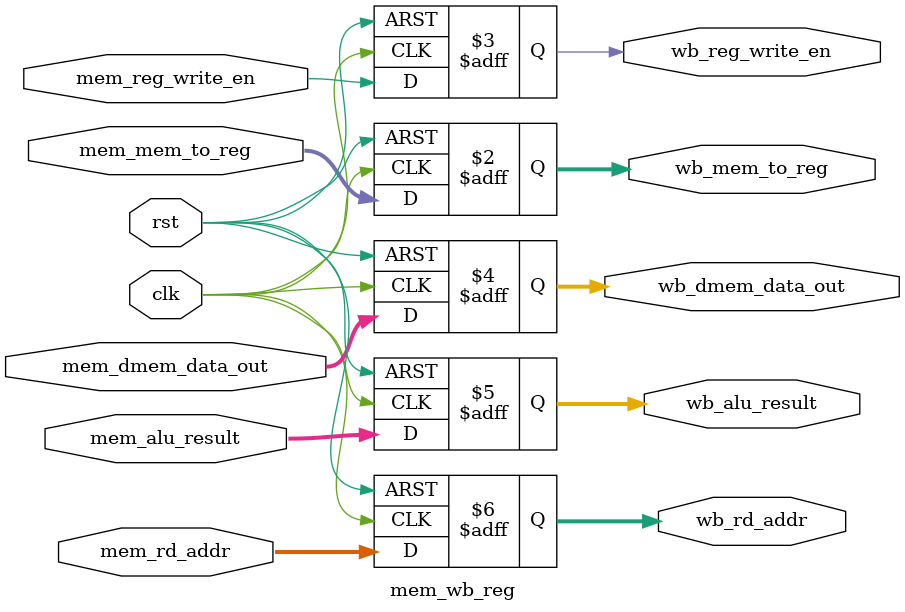
<source format=v>
`ifndef MEM_WB_REG_V
`define MEM_WB_REG_V

/*******************************************************************************
** MEM/WB Pipeline Register
**
** Latches the final data (from memory or ALU) and control signals from the
** MEM stage for use in the WB stage.
*******************************************************************************/
module mem_wb_reg (
    input  wire        clk,
    input  wire        rst,

    input  wire [1:0]  mem_mem_to_reg,
    input  wire        mem_reg_write_en,
    input  wire [31:0] mem_dmem_data_out, 
    input  wire [31:0] mem_alu_result,
    input  wire [4:0]  mem_rd_addr,

    output reg  [1:0]  wb_mem_to_reg,
    output reg         wb_reg_write_en,
    output reg  [31:0] wb_dmem_data_out,
    output reg  [31:0] wb_alu_result,
    output reg  [4:0]  wb_rd_addr
);

    always @(posedge clk or posedge rst) 
    begin
        if (rst)
        begin
            wb_mem_to_reg   <= 2'b0;
            wb_reg_write_en <= 1'b0;
            wb_dmem_data_out <= 32'b0;
            wb_alu_result    <= 32'b0;
            wb_rd_addr       <= 5'b0;
        end 
        else 
        begin
            wb_mem_to_reg   <= mem_mem_to_reg;
            wb_reg_write_en <= mem_reg_write_en;
            wb_dmem_data_out <= mem_dmem_data_out;
            wb_alu_result    <= mem_alu_result;
            wb_rd_addr      <= mem_rd_addr;
        end
    end

endmodule

`endif 
</source>
